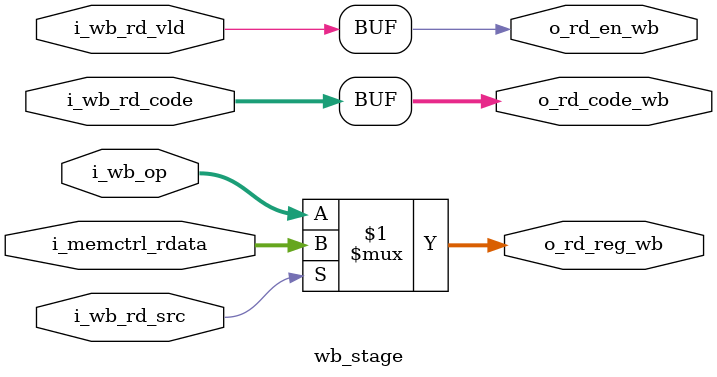
<source format=v>
module wb_stage (
    /* from upper pipeline */
    input [31:0]        i_wb_op,
    input               i_wb_rd_src,
    input               i_wb_rd_vld,
    input [3:0]         i_wb_rd_code,

    /* from mem ctrl */
    input [31:0]        i_memctrl_rdata,

    output              o_rd_en_wb,
    output [3:0]        o_rd_code_wb,
    output [31:0]       o_rd_reg_wb
);
    assign o_rd_en_wb = i_wb_rd_vld;
    assign o_rd_code_wb = i_wb_rd_code;
    assign o_rd_reg_wb = i_wb_rd_src?(i_memctrl_rdata):(i_wb_op);
endmodule
</source>
